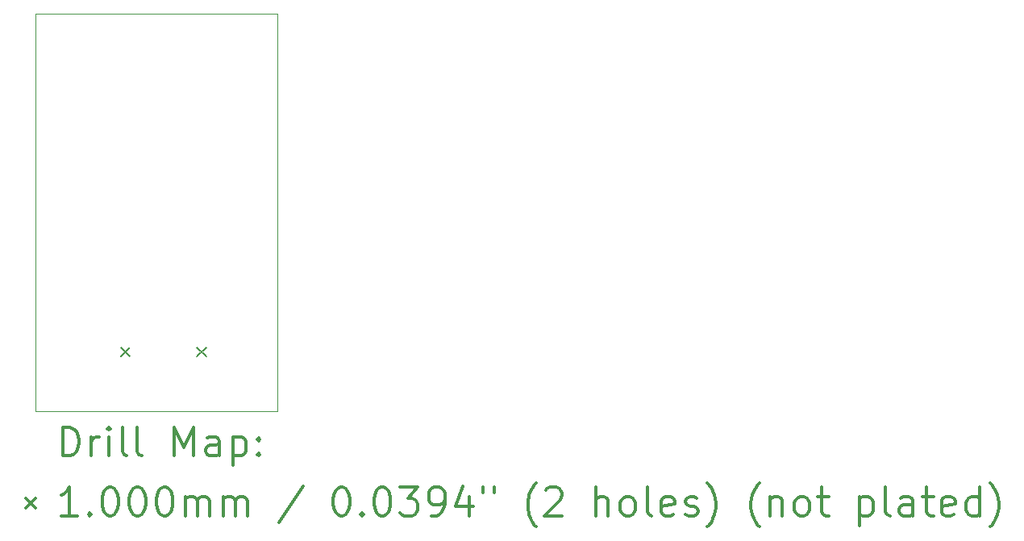
<source format=gbr>
%FSLAX45Y45*%
G04 Gerber Fmt 4.5, Leading zero omitted, Abs format (unit mm)*
G04 Created by KiCad (PCBNEW (5.1.10)-1) date 2021-11-12 09:03:25*
%MOMM*%
%LPD*%
G01*
G04 APERTURE LIST*
%TA.AperFunction,Profile*%
%ADD10C,0.050000*%
%TD*%
%ADD11C,0.200000*%
%ADD12C,0.300000*%
G04 APERTURE END LIST*
D10*
X8509000Y-10604500D02*
X8509000Y-6426200D01*
X11049000Y-10604500D02*
X8509000Y-10604500D01*
X11049000Y-6426200D02*
X11049000Y-10604500D01*
X8509000Y-6426200D02*
X11049000Y-6426200D01*
D11*
X9401500Y-9932200D02*
X9501500Y-10032200D01*
X9501500Y-9932200D02*
X9401500Y-10032200D01*
X10201500Y-9932200D02*
X10301500Y-10032200D01*
X10301500Y-9932200D02*
X10201500Y-10032200D01*
D12*
X8792928Y-11072714D02*
X8792928Y-10772714D01*
X8864357Y-10772714D01*
X8907214Y-10787000D01*
X8935786Y-10815572D01*
X8950071Y-10844143D01*
X8964357Y-10901286D01*
X8964357Y-10944143D01*
X8950071Y-11001286D01*
X8935786Y-11029857D01*
X8907214Y-11058429D01*
X8864357Y-11072714D01*
X8792928Y-11072714D01*
X9092928Y-11072714D02*
X9092928Y-10872714D01*
X9092928Y-10929857D02*
X9107214Y-10901286D01*
X9121500Y-10887000D01*
X9150071Y-10872714D01*
X9178643Y-10872714D01*
X9278643Y-11072714D02*
X9278643Y-10872714D01*
X9278643Y-10772714D02*
X9264357Y-10787000D01*
X9278643Y-10801286D01*
X9292928Y-10787000D01*
X9278643Y-10772714D01*
X9278643Y-10801286D01*
X9464357Y-11072714D02*
X9435786Y-11058429D01*
X9421500Y-11029857D01*
X9421500Y-10772714D01*
X9621500Y-11072714D02*
X9592928Y-11058429D01*
X9578643Y-11029857D01*
X9578643Y-10772714D01*
X9964357Y-11072714D02*
X9964357Y-10772714D01*
X10064357Y-10987000D01*
X10164357Y-10772714D01*
X10164357Y-11072714D01*
X10435786Y-11072714D02*
X10435786Y-10915572D01*
X10421500Y-10887000D01*
X10392928Y-10872714D01*
X10335786Y-10872714D01*
X10307214Y-10887000D01*
X10435786Y-11058429D02*
X10407214Y-11072714D01*
X10335786Y-11072714D01*
X10307214Y-11058429D01*
X10292928Y-11029857D01*
X10292928Y-11001286D01*
X10307214Y-10972714D01*
X10335786Y-10958429D01*
X10407214Y-10958429D01*
X10435786Y-10944143D01*
X10578643Y-10872714D02*
X10578643Y-11172714D01*
X10578643Y-10887000D02*
X10607214Y-10872714D01*
X10664357Y-10872714D01*
X10692928Y-10887000D01*
X10707214Y-10901286D01*
X10721500Y-10929857D01*
X10721500Y-11015572D01*
X10707214Y-11044143D01*
X10692928Y-11058429D01*
X10664357Y-11072714D01*
X10607214Y-11072714D01*
X10578643Y-11058429D01*
X10850071Y-11044143D02*
X10864357Y-11058429D01*
X10850071Y-11072714D01*
X10835786Y-11058429D01*
X10850071Y-11044143D01*
X10850071Y-11072714D01*
X10850071Y-10887000D02*
X10864357Y-10901286D01*
X10850071Y-10915572D01*
X10835786Y-10901286D01*
X10850071Y-10887000D01*
X10850071Y-10915572D01*
X8406500Y-11517000D02*
X8506500Y-11617000D01*
X8506500Y-11517000D02*
X8406500Y-11617000D01*
X8950071Y-11702714D02*
X8778643Y-11702714D01*
X8864357Y-11702714D02*
X8864357Y-11402714D01*
X8835786Y-11445571D01*
X8807214Y-11474143D01*
X8778643Y-11488429D01*
X9078643Y-11674143D02*
X9092928Y-11688429D01*
X9078643Y-11702714D01*
X9064357Y-11688429D01*
X9078643Y-11674143D01*
X9078643Y-11702714D01*
X9278643Y-11402714D02*
X9307214Y-11402714D01*
X9335786Y-11417000D01*
X9350071Y-11431286D01*
X9364357Y-11459857D01*
X9378643Y-11517000D01*
X9378643Y-11588429D01*
X9364357Y-11645571D01*
X9350071Y-11674143D01*
X9335786Y-11688429D01*
X9307214Y-11702714D01*
X9278643Y-11702714D01*
X9250071Y-11688429D01*
X9235786Y-11674143D01*
X9221500Y-11645571D01*
X9207214Y-11588429D01*
X9207214Y-11517000D01*
X9221500Y-11459857D01*
X9235786Y-11431286D01*
X9250071Y-11417000D01*
X9278643Y-11402714D01*
X9564357Y-11402714D02*
X9592928Y-11402714D01*
X9621500Y-11417000D01*
X9635786Y-11431286D01*
X9650071Y-11459857D01*
X9664357Y-11517000D01*
X9664357Y-11588429D01*
X9650071Y-11645571D01*
X9635786Y-11674143D01*
X9621500Y-11688429D01*
X9592928Y-11702714D01*
X9564357Y-11702714D01*
X9535786Y-11688429D01*
X9521500Y-11674143D01*
X9507214Y-11645571D01*
X9492928Y-11588429D01*
X9492928Y-11517000D01*
X9507214Y-11459857D01*
X9521500Y-11431286D01*
X9535786Y-11417000D01*
X9564357Y-11402714D01*
X9850071Y-11402714D02*
X9878643Y-11402714D01*
X9907214Y-11417000D01*
X9921500Y-11431286D01*
X9935786Y-11459857D01*
X9950071Y-11517000D01*
X9950071Y-11588429D01*
X9935786Y-11645571D01*
X9921500Y-11674143D01*
X9907214Y-11688429D01*
X9878643Y-11702714D01*
X9850071Y-11702714D01*
X9821500Y-11688429D01*
X9807214Y-11674143D01*
X9792928Y-11645571D01*
X9778643Y-11588429D01*
X9778643Y-11517000D01*
X9792928Y-11459857D01*
X9807214Y-11431286D01*
X9821500Y-11417000D01*
X9850071Y-11402714D01*
X10078643Y-11702714D02*
X10078643Y-11502714D01*
X10078643Y-11531286D02*
X10092928Y-11517000D01*
X10121500Y-11502714D01*
X10164357Y-11502714D01*
X10192928Y-11517000D01*
X10207214Y-11545571D01*
X10207214Y-11702714D01*
X10207214Y-11545571D02*
X10221500Y-11517000D01*
X10250071Y-11502714D01*
X10292928Y-11502714D01*
X10321500Y-11517000D01*
X10335786Y-11545571D01*
X10335786Y-11702714D01*
X10478643Y-11702714D02*
X10478643Y-11502714D01*
X10478643Y-11531286D02*
X10492928Y-11517000D01*
X10521500Y-11502714D01*
X10564357Y-11502714D01*
X10592928Y-11517000D01*
X10607214Y-11545571D01*
X10607214Y-11702714D01*
X10607214Y-11545571D02*
X10621500Y-11517000D01*
X10650071Y-11502714D01*
X10692928Y-11502714D01*
X10721500Y-11517000D01*
X10735786Y-11545571D01*
X10735786Y-11702714D01*
X11321500Y-11388429D02*
X11064357Y-11774143D01*
X11707214Y-11402714D02*
X11735786Y-11402714D01*
X11764357Y-11417000D01*
X11778643Y-11431286D01*
X11792928Y-11459857D01*
X11807214Y-11517000D01*
X11807214Y-11588429D01*
X11792928Y-11645571D01*
X11778643Y-11674143D01*
X11764357Y-11688429D01*
X11735786Y-11702714D01*
X11707214Y-11702714D01*
X11678643Y-11688429D01*
X11664357Y-11674143D01*
X11650071Y-11645571D01*
X11635786Y-11588429D01*
X11635786Y-11517000D01*
X11650071Y-11459857D01*
X11664357Y-11431286D01*
X11678643Y-11417000D01*
X11707214Y-11402714D01*
X11935786Y-11674143D02*
X11950071Y-11688429D01*
X11935786Y-11702714D01*
X11921500Y-11688429D01*
X11935786Y-11674143D01*
X11935786Y-11702714D01*
X12135786Y-11402714D02*
X12164357Y-11402714D01*
X12192928Y-11417000D01*
X12207214Y-11431286D01*
X12221500Y-11459857D01*
X12235786Y-11517000D01*
X12235786Y-11588429D01*
X12221500Y-11645571D01*
X12207214Y-11674143D01*
X12192928Y-11688429D01*
X12164357Y-11702714D01*
X12135786Y-11702714D01*
X12107214Y-11688429D01*
X12092928Y-11674143D01*
X12078643Y-11645571D01*
X12064357Y-11588429D01*
X12064357Y-11517000D01*
X12078643Y-11459857D01*
X12092928Y-11431286D01*
X12107214Y-11417000D01*
X12135786Y-11402714D01*
X12335786Y-11402714D02*
X12521500Y-11402714D01*
X12421500Y-11517000D01*
X12464357Y-11517000D01*
X12492928Y-11531286D01*
X12507214Y-11545571D01*
X12521500Y-11574143D01*
X12521500Y-11645571D01*
X12507214Y-11674143D01*
X12492928Y-11688429D01*
X12464357Y-11702714D01*
X12378643Y-11702714D01*
X12350071Y-11688429D01*
X12335786Y-11674143D01*
X12664357Y-11702714D02*
X12721500Y-11702714D01*
X12750071Y-11688429D01*
X12764357Y-11674143D01*
X12792928Y-11631286D01*
X12807214Y-11574143D01*
X12807214Y-11459857D01*
X12792928Y-11431286D01*
X12778643Y-11417000D01*
X12750071Y-11402714D01*
X12692928Y-11402714D01*
X12664357Y-11417000D01*
X12650071Y-11431286D01*
X12635786Y-11459857D01*
X12635786Y-11531286D01*
X12650071Y-11559857D01*
X12664357Y-11574143D01*
X12692928Y-11588429D01*
X12750071Y-11588429D01*
X12778643Y-11574143D01*
X12792928Y-11559857D01*
X12807214Y-11531286D01*
X13064357Y-11502714D02*
X13064357Y-11702714D01*
X12992928Y-11388429D02*
X12921500Y-11602714D01*
X13107214Y-11602714D01*
X13207214Y-11402714D02*
X13207214Y-11459857D01*
X13321500Y-11402714D02*
X13321500Y-11459857D01*
X13764357Y-11817000D02*
X13750071Y-11802714D01*
X13721500Y-11759857D01*
X13707214Y-11731286D01*
X13692928Y-11688429D01*
X13678643Y-11617000D01*
X13678643Y-11559857D01*
X13692928Y-11488429D01*
X13707214Y-11445571D01*
X13721500Y-11417000D01*
X13750071Y-11374143D01*
X13764357Y-11359857D01*
X13864357Y-11431286D02*
X13878643Y-11417000D01*
X13907214Y-11402714D01*
X13978643Y-11402714D01*
X14007214Y-11417000D01*
X14021500Y-11431286D01*
X14035786Y-11459857D01*
X14035786Y-11488429D01*
X14021500Y-11531286D01*
X13850071Y-11702714D01*
X14035786Y-11702714D01*
X14392928Y-11702714D02*
X14392928Y-11402714D01*
X14521500Y-11702714D02*
X14521500Y-11545571D01*
X14507214Y-11517000D01*
X14478643Y-11502714D01*
X14435786Y-11502714D01*
X14407214Y-11517000D01*
X14392928Y-11531286D01*
X14707214Y-11702714D02*
X14678643Y-11688429D01*
X14664357Y-11674143D01*
X14650071Y-11645571D01*
X14650071Y-11559857D01*
X14664357Y-11531286D01*
X14678643Y-11517000D01*
X14707214Y-11502714D01*
X14750071Y-11502714D01*
X14778643Y-11517000D01*
X14792928Y-11531286D01*
X14807214Y-11559857D01*
X14807214Y-11645571D01*
X14792928Y-11674143D01*
X14778643Y-11688429D01*
X14750071Y-11702714D01*
X14707214Y-11702714D01*
X14978643Y-11702714D02*
X14950071Y-11688429D01*
X14935786Y-11659857D01*
X14935786Y-11402714D01*
X15207214Y-11688429D02*
X15178643Y-11702714D01*
X15121500Y-11702714D01*
X15092928Y-11688429D01*
X15078643Y-11659857D01*
X15078643Y-11545571D01*
X15092928Y-11517000D01*
X15121500Y-11502714D01*
X15178643Y-11502714D01*
X15207214Y-11517000D01*
X15221500Y-11545571D01*
X15221500Y-11574143D01*
X15078643Y-11602714D01*
X15335786Y-11688429D02*
X15364357Y-11702714D01*
X15421500Y-11702714D01*
X15450071Y-11688429D01*
X15464357Y-11659857D01*
X15464357Y-11645571D01*
X15450071Y-11617000D01*
X15421500Y-11602714D01*
X15378643Y-11602714D01*
X15350071Y-11588429D01*
X15335786Y-11559857D01*
X15335786Y-11545571D01*
X15350071Y-11517000D01*
X15378643Y-11502714D01*
X15421500Y-11502714D01*
X15450071Y-11517000D01*
X15564357Y-11817000D02*
X15578643Y-11802714D01*
X15607214Y-11759857D01*
X15621500Y-11731286D01*
X15635786Y-11688429D01*
X15650071Y-11617000D01*
X15650071Y-11559857D01*
X15635786Y-11488429D01*
X15621500Y-11445571D01*
X15607214Y-11417000D01*
X15578643Y-11374143D01*
X15564357Y-11359857D01*
X16107214Y-11817000D02*
X16092928Y-11802714D01*
X16064357Y-11759857D01*
X16050071Y-11731286D01*
X16035786Y-11688429D01*
X16021500Y-11617000D01*
X16021500Y-11559857D01*
X16035786Y-11488429D01*
X16050071Y-11445571D01*
X16064357Y-11417000D01*
X16092928Y-11374143D01*
X16107214Y-11359857D01*
X16221500Y-11502714D02*
X16221500Y-11702714D01*
X16221500Y-11531286D02*
X16235786Y-11517000D01*
X16264357Y-11502714D01*
X16307214Y-11502714D01*
X16335786Y-11517000D01*
X16350071Y-11545571D01*
X16350071Y-11702714D01*
X16535786Y-11702714D02*
X16507214Y-11688429D01*
X16492928Y-11674143D01*
X16478643Y-11645571D01*
X16478643Y-11559857D01*
X16492928Y-11531286D01*
X16507214Y-11517000D01*
X16535786Y-11502714D01*
X16578643Y-11502714D01*
X16607214Y-11517000D01*
X16621500Y-11531286D01*
X16635786Y-11559857D01*
X16635786Y-11645571D01*
X16621500Y-11674143D01*
X16607214Y-11688429D01*
X16578643Y-11702714D01*
X16535786Y-11702714D01*
X16721500Y-11502714D02*
X16835786Y-11502714D01*
X16764357Y-11402714D02*
X16764357Y-11659857D01*
X16778643Y-11688429D01*
X16807214Y-11702714D01*
X16835786Y-11702714D01*
X17164357Y-11502714D02*
X17164357Y-11802714D01*
X17164357Y-11517000D02*
X17192928Y-11502714D01*
X17250071Y-11502714D01*
X17278643Y-11517000D01*
X17292928Y-11531286D01*
X17307214Y-11559857D01*
X17307214Y-11645571D01*
X17292928Y-11674143D01*
X17278643Y-11688429D01*
X17250071Y-11702714D01*
X17192928Y-11702714D01*
X17164357Y-11688429D01*
X17478643Y-11702714D02*
X17450071Y-11688429D01*
X17435786Y-11659857D01*
X17435786Y-11402714D01*
X17721500Y-11702714D02*
X17721500Y-11545571D01*
X17707214Y-11517000D01*
X17678643Y-11502714D01*
X17621500Y-11502714D01*
X17592928Y-11517000D01*
X17721500Y-11688429D02*
X17692928Y-11702714D01*
X17621500Y-11702714D01*
X17592928Y-11688429D01*
X17578643Y-11659857D01*
X17578643Y-11631286D01*
X17592928Y-11602714D01*
X17621500Y-11588429D01*
X17692928Y-11588429D01*
X17721500Y-11574143D01*
X17821500Y-11502714D02*
X17935786Y-11502714D01*
X17864357Y-11402714D02*
X17864357Y-11659857D01*
X17878643Y-11688429D01*
X17907214Y-11702714D01*
X17935786Y-11702714D01*
X18150071Y-11688429D02*
X18121500Y-11702714D01*
X18064357Y-11702714D01*
X18035786Y-11688429D01*
X18021500Y-11659857D01*
X18021500Y-11545571D01*
X18035786Y-11517000D01*
X18064357Y-11502714D01*
X18121500Y-11502714D01*
X18150071Y-11517000D01*
X18164357Y-11545571D01*
X18164357Y-11574143D01*
X18021500Y-11602714D01*
X18421500Y-11702714D02*
X18421500Y-11402714D01*
X18421500Y-11688429D02*
X18392928Y-11702714D01*
X18335786Y-11702714D01*
X18307214Y-11688429D01*
X18292928Y-11674143D01*
X18278643Y-11645571D01*
X18278643Y-11559857D01*
X18292928Y-11531286D01*
X18307214Y-11517000D01*
X18335786Y-11502714D01*
X18392928Y-11502714D01*
X18421500Y-11517000D01*
X18535786Y-11817000D02*
X18550071Y-11802714D01*
X18578643Y-11759857D01*
X18592928Y-11731286D01*
X18607214Y-11688429D01*
X18621500Y-11617000D01*
X18621500Y-11559857D01*
X18607214Y-11488429D01*
X18592928Y-11445571D01*
X18578643Y-11417000D01*
X18550071Y-11374143D01*
X18535786Y-11359857D01*
M02*

</source>
